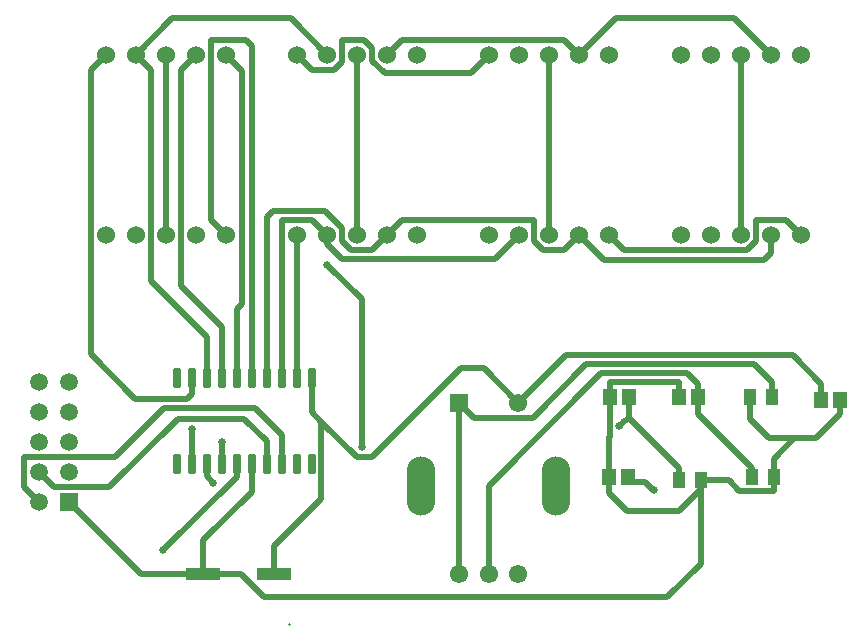
<source format=gtl>
G04*
G04 #@! TF.GenerationSoftware,Altium Limited,Altium Designer,23.4.1 (23)*
G04*
G04 Layer_Physical_Order=1*
G04 Layer_Color=255*
%FSLAX44Y44*%
%MOMM*%
G71*
G04*
G04 #@! TF.SameCoordinates,F24B36E9-0D30-401B-9849-1351ABCE0AFF*
G04*
G04*
G04 #@! TF.FilePolarity,Positive*
G04*
G01*
G75*
%ADD12C,0.2540*%
%ADD15R,1.3046X1.4562*%
G04:AMPARAMS|DCode=22|XSize=2.4mm|YSize=5mm|CornerRadius=1.2mm|HoleSize=0mm|Usage=FLASHONLY|Rotation=0.000|XOffset=0mm|YOffset=0mm|HoleType=Round|Shape=RoundedRectangle|*
%AMROUNDEDRECTD22*
21,1,2.4000,2.6000,0,0,0.0*
21,1,0.0000,5.0000,0,0,0.0*
1,1,2.4000,0.0000,-1.3000*
1,1,2.4000,0.0000,-1.3000*
1,1,2.4000,0.0000,1.3000*
1,1,2.4000,0.0000,1.3000*
%
%ADD22ROUNDEDRECTD22*%
%ADD23C,1.5500*%
%ADD24R,1.5500X1.5500*%
%ADD26R,2.9000X1.1000*%
%ADD27R,1.0500X1.4500*%
G04:AMPARAMS|DCode=28|XSize=0.6mm|YSize=1.65mm|CornerRadius=0.051mm|HoleSize=0mm|Usage=FLASHONLY|Rotation=0.000|XOffset=0mm|YOffset=0mm|HoleType=Round|Shape=RoundedRectangle|*
%AMROUNDEDRECTD28*
21,1,0.6000,1.5480,0,0,0.0*
21,1,0.4980,1.6500,0,0,0.0*
1,1,0.1020,0.2490,-0.7740*
1,1,0.1020,-0.2490,-0.7740*
1,1,0.1020,-0.2490,0.7740*
1,1,0.1020,0.2490,0.7740*
%
%ADD28ROUNDEDRECTD28*%
%ADD29C,0.5080*%
%ADD30C,1.5240*%
%ADD31R,1.5000X1.5000*%
%ADD32C,1.5000*%
%ADD33C,0.6350*%
D12*
X1066600Y685300D02*
X1066690Y685210D01*
D15*
X1533278Y875030D02*
D03*
X1517262D02*
D03*
X1337805Y810260D02*
D03*
X1353820D02*
D03*
X1396612Y877570D02*
D03*
X1412628D02*
D03*
X1338192D02*
D03*
X1354208D02*
D03*
D22*
X1292710Y802640D02*
D03*
X1178710D02*
D03*
D23*
X1260710Y727640D02*
D03*
X1235710D02*
D03*
X1210710D02*
D03*
X1260710Y872640D02*
D03*
D24*
X1210710D02*
D03*
D26*
X994100Y727710D02*
D03*
X1054100D02*
D03*
D27*
X1456690Y877570D02*
D03*
X1475190D02*
D03*
X1477010Y810260D02*
D03*
X1458510D02*
D03*
X1415500Y807720D02*
D03*
X1397000D02*
D03*
D28*
X1085850Y893500D02*
D03*
X1073150D02*
D03*
X1060450D02*
D03*
X1047750D02*
D03*
X1035050D02*
D03*
X1022350D02*
D03*
X1009650D02*
D03*
X996950D02*
D03*
X984250D02*
D03*
X971550D02*
D03*
X1085850Y821000D02*
D03*
X1073150D02*
D03*
X1060450D02*
D03*
X1047750D02*
D03*
X1035050D02*
D03*
X1022350D02*
D03*
X1009650D02*
D03*
X996950D02*
D03*
X984250D02*
D03*
X971550D02*
D03*
D29*
X1353820Y809916D02*
Y810260D01*
Y809916D02*
X1357803Y805933D01*
X1367963D01*
X1375066Y798830D01*
X1375410D01*
X1009650Y821000D02*
Y839470D01*
X984250Y821000D02*
Y850900D01*
X1346454Y853186D02*
X1346798D01*
X1350546Y856935D01*
X1351232D02*
X1354208Y859910D01*
X1350546Y856935D02*
X1351232D01*
X1337805Y796557D02*
Y810260D01*
Y796557D02*
X1353058Y781304D01*
X1396704D02*
X1415500Y800100D01*
X1353058Y781304D02*
X1396704D01*
X1494282Y842772D02*
X1512450D01*
X1473200D02*
X1494282D01*
X1415500Y806958D02*
Y807720D01*
Y800100D02*
Y806958D01*
X1438910D01*
X1415500Y736600D02*
Y800100D01*
X993902Y727710D02*
Y756158D01*
Y727710D02*
X994100D01*
X941070D02*
X993902D01*
X1093978Y856488D02*
X1123950Y826516D01*
X1085850Y864616D02*
X1093978Y856488D01*
X1512450Y842772D02*
X1533278Y863600D01*
X1456690Y859282D02*
X1473200Y842772D01*
X1456690Y859282D02*
Y877570D01*
X1477010Y810260D02*
Y825500D01*
X1494282Y842772D01*
X1533278Y863600D02*
Y875030D01*
X1054100Y727710D02*
Y751586D01*
X1093978Y791464D01*
Y856488D01*
X1085850Y864616D02*
Y893500D01*
X1231396Y901954D02*
X1260710Y872640D01*
X1212088Y901954D02*
X1231396D01*
X1136650Y826516D02*
X1212088Y901954D01*
X1123950Y826516D02*
X1136650D01*
X1412628Y877570D02*
Y889000D01*
X1403992Y897636D02*
X1412628Y889000D01*
X1330706Y897636D02*
X1403992D01*
X1235710Y802640D02*
X1330706Y897636D01*
X1235710Y727640D02*
Y802640D01*
X1475190Y877570D02*
Y890566D01*
X1460500Y905256D02*
X1475190Y890566D01*
X1318514Y905256D02*
X1460500D01*
X1273048Y859790D02*
X1318514Y905256D01*
X1223560Y859790D02*
X1273048D01*
X1210710Y872640D02*
X1223560Y859790D01*
X1060450Y821000D02*
Y845820D01*
X1038098Y868172D02*
X1060450Y845820D01*
X961136Y868172D02*
X1038098D01*
X919734Y826770D02*
X961136Y868172D01*
X842010Y826770D02*
X919734D01*
X842010Y801370D02*
Y826770D01*
Y801370D02*
X854710Y788670D01*
X959866Y747776D02*
X1022350Y810260D01*
Y821000D01*
X1035050Y893500D02*
Y1175004D01*
X1029970Y1180084D02*
X1035050Y1175004D01*
X1000252Y1180084D02*
X1029970D01*
X1000252Y1027684D02*
Y1180084D01*
Y1027684D02*
X1012952Y1014984D01*
X1022350Y893500D02*
Y951992D01*
X1026668Y956310D01*
Y1153668D01*
X1012952Y1167384D02*
X1026668Y1153668D01*
X984250Y880364D02*
Y893500D01*
X980186Y876300D02*
X984250Y880364D01*
X935990Y876300D02*
X980186D01*
X898652Y913638D02*
X935990Y876300D01*
X898652Y913638D02*
Y1154684D01*
X911352Y1167384D01*
X1128268Y834898D02*
Y960628D01*
X1099185Y989711D02*
X1128268Y960628D01*
X1458510Y810260D02*
Y817584D01*
X1412628Y863466D02*
X1458510Y817584D01*
X1412628Y863466D02*
Y877570D01*
X996950Y810514D02*
Y821000D01*
Y810514D02*
X1002284Y805180D01*
X1517262Y875030D02*
Y889000D01*
X1493386Y912876D02*
X1517262Y889000D01*
X1300946Y912876D02*
X1493386D01*
X1260710Y872640D02*
X1300946Y912876D01*
X854710Y814070D02*
X867410Y801370D01*
X914400D01*
X972312Y859282D01*
X1028700D01*
X1047750Y840232D01*
Y821000D02*
Y840232D01*
X1073658Y954278D02*
Y1014984D01*
X1073150Y953770D02*
X1073658Y954278D01*
X1073150Y893500D02*
Y953770D01*
X1047750Y893500D02*
Y1029880D01*
X1053174Y1035304D01*
X1097280D01*
X1111758Y1020826D01*
Y1009650D02*
Y1020826D01*
Y1009650D02*
X1119124Y1002284D01*
X1137158D01*
X1149858Y1014984D01*
X1060450Y893500D02*
Y1027176D01*
X1060958Y1027684D01*
X1086358D01*
X1099058Y1014984D01*
X1035050Y797306D02*
Y821000D01*
X993902Y756158D02*
X1035050Y797306D01*
X996950Y893500D02*
Y928624D01*
X949452Y976122D02*
X996950Y928624D01*
X949452Y976122D02*
Y1154684D01*
X936752Y1167384D02*
X949452Y1154684D01*
X1009650Y893500D02*
Y936498D01*
X974852Y971296D02*
X1009650Y936498D01*
X974852Y971296D02*
Y1154684D01*
X987552Y1167384D01*
X1241298Y994664D02*
X1261618Y1014984D01*
X1111250Y994664D02*
X1241298D01*
X1099058Y1006856D02*
X1111250Y994664D01*
X1099058Y1006856D02*
Y1014984D01*
X1220470Y1151636D02*
X1236218Y1167384D01*
X1147572Y1151636D02*
X1220470D01*
X1137158Y1162050D02*
X1147572Y1151636D01*
X1137158Y1162050D02*
Y1173226D01*
X1130300Y1180084D02*
X1137158Y1173226D01*
X1111758Y1180084D02*
X1130300D01*
X1111758Y1161542D02*
Y1180084D01*
X1104900Y1154684D02*
X1111758Y1161542D01*
X1086358Y1154684D02*
X1104900D01*
X1073658Y1167384D02*
X1086358Y1154684D01*
X1068070Y1198372D02*
X1099058Y1167384D01*
X967740Y1198372D02*
X1068070D01*
X936752Y1167384D02*
X967740Y1198372D01*
X1299718Y1180084D02*
X1312418Y1167384D01*
X1162558Y1180084D02*
X1299718D01*
X1149858Y1167384D02*
X1162558Y1180084D01*
X1443736Y1198372D02*
X1474724Y1167384D01*
X1343406Y1198372D02*
X1443736D01*
X1312418Y1167384D02*
X1343406Y1198372D01*
X1312418Y1014984D02*
X1333754Y993648D01*
X1468628D01*
X1474724Y999744D01*
Y1014984D01*
X1487424Y1027684D02*
X1500124Y1014984D01*
X1462024Y1027684D02*
X1487424D01*
X1462024Y1009650D02*
Y1027684D01*
X1454658Y1002284D02*
X1462024Y1009650D01*
X1350518Y1002284D02*
X1454658D01*
X1337818Y1014984D02*
X1350518Y1002284D01*
X1149858Y1014984D02*
X1162558Y1027684D01*
X1274318D01*
Y1009650D02*
Y1027684D01*
Y1009650D02*
X1281684Y1002284D01*
X1299718D01*
X1312418Y1014984D01*
X1387052Y708152D02*
X1415500Y736600D01*
X1045718Y708152D02*
X1387052D01*
X1026160Y727710D02*
X1045718Y708152D01*
X994100Y727710D02*
X1026160D01*
X1397000Y807720D02*
Y817118D01*
X1354208Y859910D02*
X1397000Y817118D01*
X1354208Y859910D02*
Y877570D01*
X880110Y788670D02*
X941070Y727710D01*
X1438910Y806958D02*
X1448054Y797814D01*
X1477010D01*
Y810260D01*
X1396612Y877570D02*
Y890016D01*
X1338192D02*
X1396612D01*
X1338192Y877570D02*
Y890016D01*
Y843922D02*
Y877570D01*
X1337805Y843534D02*
X1338192Y843922D01*
X1337805Y810260D02*
Y843534D01*
X1210710Y727640D02*
Y872640D01*
X962152Y1014984D02*
Y1167384D01*
X1124458Y1014984D02*
Y1167384D01*
X1287018Y1014984D02*
Y1167384D01*
X1449324Y1014984D02*
Y1167384D01*
D30*
X1500124D02*
D03*
Y1014984D02*
D03*
X1398524Y1167384D02*
D03*
X1423924D02*
D03*
X1449324D02*
D03*
X1474724D02*
D03*
Y1014984D02*
D03*
X1449324D02*
D03*
X1423924D02*
D03*
X1398524D02*
D03*
X1337818Y1167384D02*
D03*
Y1014984D02*
D03*
X1236218Y1167384D02*
D03*
X1261618D02*
D03*
X1287018D02*
D03*
X1312418D02*
D03*
Y1014984D02*
D03*
X1287018D02*
D03*
X1261618D02*
D03*
X1236218D02*
D03*
X1175258Y1167384D02*
D03*
Y1014984D02*
D03*
X1073658Y1167384D02*
D03*
X1099058D02*
D03*
X1124458D02*
D03*
X1149858D02*
D03*
Y1014984D02*
D03*
X1124458D02*
D03*
X1099058D02*
D03*
X1073658D02*
D03*
X1012952Y1167384D02*
D03*
Y1014984D02*
D03*
X911352Y1167384D02*
D03*
X936752D02*
D03*
X962152D02*
D03*
X987552D02*
D03*
Y1014984D02*
D03*
X962152D02*
D03*
X936752D02*
D03*
X911352D02*
D03*
D31*
X880110Y788670D02*
D03*
D32*
X854710D02*
D03*
X880110Y814070D02*
D03*
X854710D02*
D03*
X880110Y839470D02*
D03*
X854710D02*
D03*
X880110Y864870D02*
D03*
X854710D02*
D03*
X880110Y890270D02*
D03*
X854710D02*
D03*
D33*
X1375410Y798830D02*
D03*
X1009650Y839470D02*
D03*
X984250Y850900D02*
D03*
X1346454Y853186D02*
D03*
X959866Y747776D02*
D03*
X1128268Y834898D02*
D03*
X1099185Y989711D02*
D03*
X1002284Y805180D02*
D03*
M02*

</source>
